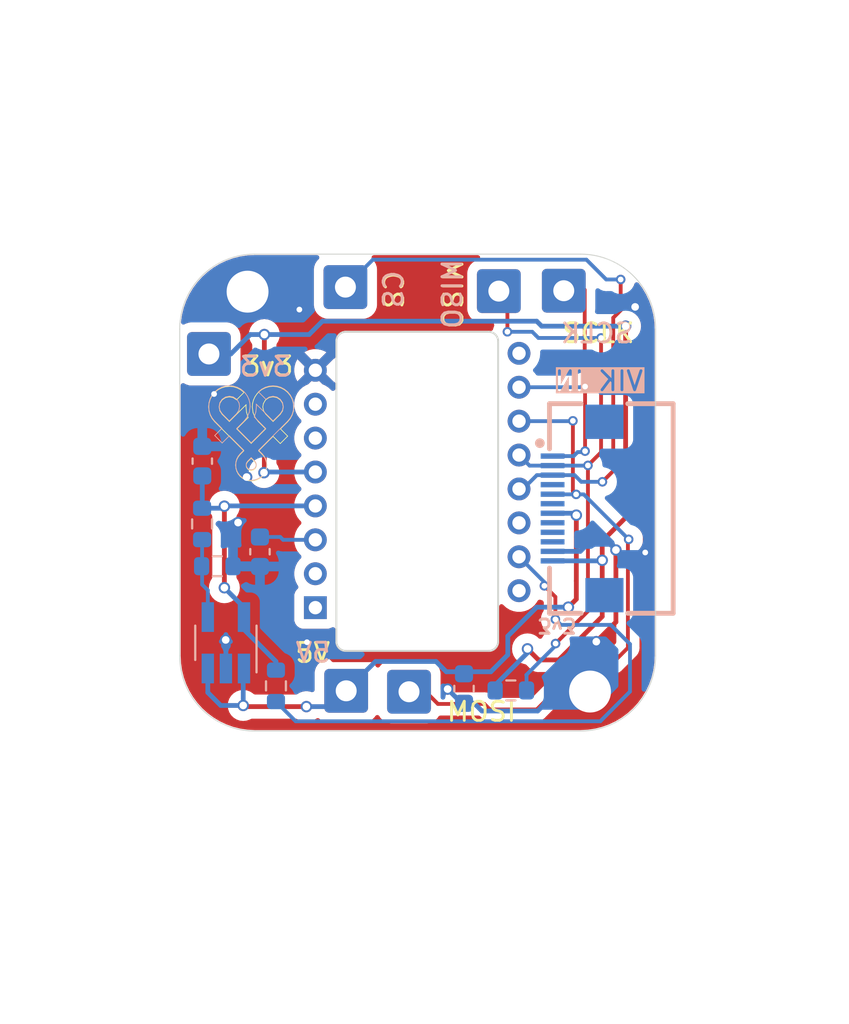
<source format=kicad_pcb>
(kicad_pcb (version 20221018) (generator pcbnew)
  (layers (0 "F.Cu" signal) (31 "B.Cu" signal) (34 "B.Paste" user) (35 "F.Paste" user) (36 "B.SilkS" user "B.Silkscreen") (37 "F.SilkS" user "F.Silkscreen") (38 "B.Mask" user) (39 "F.Mask" user) (44 "Edge.Cuts" user))
  (net 0 "")
  (net 1 "GND")
  (net 2 "VDD_5V")
  (net 3 "VDD_3.3V")
  (net 4 "Net-(U1001-VDDPIX)")
  (net 5 "VDD_2V")
  (net 6 "Net-(IC1001-ADJ)")
  (net 7 "SCLK")
  (net 8 "MOSI")
  (net 9 "MISO")
  (net 10 "NCS")
  (net 11 "Net-(U1001-LED_P)")
  (footprint "Connector_Wire:SolderWire-0.5sqmm_1x01_D0.9mm_OD2.3mm" (layer "F.Cu") (at 81.129194 121.182271)
    (fp_text reference "J1006" hide)
    (fp_text value "Conn_01x01_Socket" hide)
    (pad "1" thru_hole roundrect (at 0 0) (size 2.3 2.3) (drill 1.1) (layers "*.Cu" "*.Mask") (roundrect_rratio 0.108696087) (net 8 "MOSI"))
  )
  (footprint "MountingHole:MountingHole_2.2mm_M2_ISO7380" (layer "F.Cu") (at 72.648 100.181999)
    (fp_text reference "REF**" hide)
    (fp_text value "MountingHole_2.2mm_M2_ISO7380")
    (pad "" np_thru_hole circle (at 0 0) (size 2.2 2.2) (drill 2.2) (layers "*.Cu" "*.Mask"))
  )
  (footprint "Connector_Wire:SolderWire-0.5sqmm_1x01_D0.9mm_OD2.3mm" (layer "F.Cu") (at 85.849194 100.152271)
    (fp_text reference "J1004" hide)
    (fp_text value "Conn_01x01_Socket" hide)
    (pad "1" thru_hole roundrect (at 0 0) (size 2.3 2.3) (drill 1.1) (layers "*.Cu" "*.Mask") (roundrect_rratio 0.108696087) (net 9 "MISO"))
  )
  (footprint "local:fingerpunch-logo-small" (layer "F.Cu") (at 72.839194 107.432271)
    (fp_text reference "REF**" hide)
    (fp_text value "fingerpunch-logo-small" hide)
  )
  (footprint "Connector_Wire:SolderWire-0.5sqmm_1x01_D0.9mm_OD2.3mm" (layer "F.Cu") (at 77.789194 99.942271)
    (fp_text reference "J1005" hide)
    (fp_text value "Conn_01x01_Socket" hide)
    (pad "1" thru_hole roundrect (at 0 0) (size 2.3 2.3) (drill 1.1) (layers "*.Cu" "*.Mask") (roundrect_rratio 0.108696087) (net 10 "NCS"))
  )
  (footprint "" (layer "F.Cu") (at 81.648 100.181999)
    (fp_text reference "" (at 0 0) (layer "F.SilkS") (effects (font (size 1.27 1.27))))
    (fp_text value "" (at 0 0) (layer "F.SilkS") (effects (font (size 1.27 1.27))))
  )
  (footprint "" (layer "F.Cu") (at 81.648 100.181999)
    (fp_text reference "" (at 0 0) (layer "F.SilkS") (effects (font (size 1.27 1.27))))
    (fp_text value "" (at 0 0) (layer "F.SilkS") (effects (font (size 1.27 1.27))))
  )
  (footprint "MountingHole:MountingHole_2.2mm_M2_ISO7380" (layer "F.Cu") (at 90.638 121.171999 90)
    (fp_text reference "REF**" hide)
    (fp_text value "MountingHole_2.2mm_M2_ISO7380")
    (pad "" np_thru_hole circle (at 0 0 90) (size 2.2 2.2) (drill 2.2) (layers "*.Cu" "*.Mask"))
  )
  (footprint "Connector_Wire:SolderWire-0.5sqmm_1x01_D0.9mm_OD2.3mm" (layer "F.Cu") (at 89.259194 100.132271)
    (fp_text reference "J1002" hide)
    (fp_text value "Conn_01x01_Socket" hide)
    (pad "1" thru_hole roundrect (at 0 0) (size 2.3 2.3) (drill 1.1) (layers "*.Cu" "*.Mask") (roundrect_rratio 0.108696087) (net 7 "SCLK"))
  )
  (footprint "Connector_Wire:SolderWire-0.5sqmm_1x01_D0.9mm_OD2.3mm" (layer "F.Cu") (at 70.619194 103.452271)
    (fp_text reference "J1001" hide)
    (fp_text value "Conn_01x01_Socket" hide)
    (pad "1" thru_hole roundrect (at 0 0) (size 2.3 2.3) (drill 1.1) (layers "*.Cu" "*.Mask") (roundrect_rratio 0.108696087) (net 3 "VDD_3.3V"))
  )
  (footprint "Connector_Wire:SolderWire-0.5sqmm_1x01_D0.9mm_OD2.3mm" (layer "F.Cu") (at 77.829194 121.132271)
    (fp_text reference "J1007" hide)
    (fp_text value "Conn_01x01_Socket" hide)
    (pad "1" thru_hole roundrect (at 0 0) (size 2.3 2.3) (drill 1.1) (layers "*.Cu" "*.Mask") (roundrect_rratio 0.108696087) (net 2 "VDD_5V"))
  )
  (footprint "local:DIP-16_W10.16mm" (layer "B.Cu") (at 77.309194 118.288)
    (fp_text reference "U1001" hide)
    (fp_text value "PMW3360DM-T2QU")
    (pad "1" thru_hole rect (at -1.1 -1.52) (size 1.2 1.2) (drill 0.7) (layers "*.Cu" "*.Mask"))
    (pad "2" thru_hole circle (at -1.1 -3.3) (size 1.2 1.2) (drill 0.7) (layers "*.Cu" "*.Mask"))
    (pad "3" thru_hole circle (at -1.1 -5.08) (size 1.2 1.2) (drill 0.7) (layers "*.Cu" "*.Mask") (net 4 "Net-(U1001-VDDPIX)"))
    (pad "4" thru_hole circle (at -1.1 -6.86) (size 1.2 1.2) (drill 0.7) (layers "*.Cu" "*.Mask") (net 5 "VDD_2V"))
    (pad "5" thru_hole circle (at -1.1 -8.64) (size 1.2 1.2) (drill 0.7) (layers "*.Cu" "*.Mask") (net 3 "VDD_3.3V"))
    (pad "6" thru_hole circle (at -1.1 -10.42) (size 1.2 1.2) (drill 0.7) (layers "*.Cu" "*.Mask"))
    (pad "7" thru_hole circle (at -1.1 -12.2) (size 1.2 1.2) (drill 0.7) (layers "*.Cu" "*.Mask"))
    (pad "8" thru_hole circle (at -1.1 -13.98) (size 1.2 1.2) (drill 0.7) (layers "*.Cu" "*.Mask") (net 1 "GND"))
    (pad "9" thru_hole circle (at 9.6 -14.87) (size 1.2 1.2) (drill 0.7) (layers "*.Cu" "*.Mask"))
    (pad "10" thru_hole circle (at 9.6 -13.09) (size 1.2 1.2) (drill 0.7) (layers "*.Cu" "*.Mask") (net 7 "SCLK"))
    (pad "11" thru_hole circle (at 9.6 -11.31) (size 1.2 1.2) (drill 0.7) (layers "*.Cu" "*.Mask") (net 8 "MOSI"))
    (pad "12" thru_hole circle (at 9.6 -9.53) (size 1.2 1.2) (drill 0.7) (layers "*.Cu" "*.Mask") (net 9 "MISO"))
    (pad "13" thru_hole circle (at 9.6 -7.75) (size 1.2 1.2) (drill 0.7) (layers "*.Cu" "*.Mask") (net 10 "NCS"))
    (pad "14" thru_hole circle (at 9.6 -5.97) (size 1.2 1.2) (drill 0.7) (layers "*.Cu" "*.Mask"))
    (pad "15" thru_hole circle (at 9.6 -4.19) (size 1.2 1.2) (drill 0.7) (layers "*.Cu" "*.Mask") (net 11 "Net-(U1001-LED_P)"))
    (pad "16" thru_hole circle (at 9.6 -2.41) (size 1.2 1.2) (drill 0.7) (layers "*.Cu" "*.Mask"))
  )
  (footprint "local:R_0603_1608Metric" (layer "B.Cu") (at 86.479194 121.112271)
    (fp_text reference "R1001" hide)
    (fp_text value "10k")
    (pad "1" smd roundrect (at -0.825 0) (size 0.8 0.95) (layers "B.Cu" "B.Paste" "B.Mask") (net 3 "VDD_3.3V"))
    (pad "2" smd roundrect (at 0.825 0) (size 0.8 0.95) (layers "B.Cu" "B.Paste" "B.Mask") (net 9 "MISO"))
  )
  (footprint "local:C_0603_1608Metric" (layer "B.Cu") (at 73.299194 113.832271 -90)
    (fp_text reference "C1001" hide)
    (fp_text value "4.7uF")
    (pad "1" smd roundrect (at -0.775 0 270) (size 0.9 0.95) (layers "B.Cu" "B.Paste" "B.Mask") (net 4 "Net-(U1001-VDDPIX)"))
    (pad "2" smd roundrect (at 0.775 0 270) (size 0.9 0.95) (layers "B.Cu" "B.Paste" "B.Mask") (net 1 "GND"))
  )
  (footprint "local:C_0603_1608Metric" (layer "B.Cu") (at 84.019194 121.012271 -90)
    (fp_text reference "C1002" hide)
    (fp_text value "1uF")
    (pad "1" smd roundrect (at -0.775 0 270) (size 0.9 0.95) (layers "B.Cu" "B.Paste" "B.Mask") (net 2 "VDD_5V"))
    (pad "2" smd roundrect (at 0.775 0 270) (size 0.9 0.95) (layers "B.Cu" "B.Paste" "B.Mask") (net 1 "GND"))
  )
  (footprint "Package_TO_SOT_SMD:SOT-23-5_HandSoldering" (layer "B.Cu") (at 71.509194 118.612271 90)
    (fp_text reference "IC1001" hide)
    (fp_text value "AP7335-WG-7")
    (pad "1" smd rect (at -1.35 0.95 90) (size 1.56 0.65) (layers "B.Cu" "B.Paste" "B.Mask") (net 2 "VDD_5V"))
    (pad "2" smd rect (at -1.35 0 90) (size 1.56 0.65) (layers "B.Cu" "B.Paste" "B.Mask") (net 1 "GND"))
    (pad "3" smd rect (at -1.35 -0.95 90) (size 1.56 0.65) (layers "B.Cu" "B.Paste" "B.Mask") (net 2 "VDD_5V"))
    (pad "4" smd rect (at 1.35 -0.95 90) (size 1.56 0.65) (layers "B.Cu" "B.Paste" "B.Mask") (net 6 "Net-(IC1001-ADJ)"))
    (pad "5" smd rect (at 1.35 0.95 90) (size 1.56 0.65) (layers "B.Cu" "B.Paste" "B.Mask") (net 5 "VDD_2V"))
  )
  (footprint "local:R_0603_1608Metric" (layer "B.Cu") (at 70.259194 112.372271 90)
    (fp_text reference "R1003" hide)
    (fp_text value "15k")
    (pad "1" smd roundrect (at -0.825 0 90) (size 0.8 0.95) (layers "B.Cu" "B.Paste" "B.Mask") (net 6 "Net-(IC1001-ADJ)"))
    (pad "2" smd roundrect (at 0.825 0 90) (size 0.8 0.95) (layers "B.Cu" "B.Paste" "B.Mask") (net 5 "VDD_2V"))
  )
  (footprint "local:C_0603_1608Metric" (layer "B.Cu") (at 70.269194 109.077271 90)
    (fp_text reference "C1005" hide)
    (fp_text value "1uF")
    (pad "1" smd roundrect (at -0.775 0 90) (size 0.9 0.95) (layers "B.Cu" "B.Paste" "B.Mask") (net 5 "VDD_2V"))
    (pad "2" smd roundrect (at 0.775 0 90) (size 0.9 0.95) (layers "B.Cu" "B.Paste" "B.Mask") (net 1 "GND"))
  )
  (footprint "local:R_0603_1608Metric" (layer "B.Cu") (at 71.059194 114.592271)
    (fp_text reference "R1004" hide)
    (fp_text value "10k")
    (pad "1" smd roundrect (at -0.825 0) (size 0.8 0.95) (layers "B.Cu" "B.Paste" "B.Mask") (net 6 "Net-(IC1001-ADJ)"))
    (pad "2" smd roundrect (at 0.825 0) (size 0.8 0.95) (layers "B.Cu" "B.Paste" "B.Mask") (net 1 "GND"))
  )
  (footprint "vik:vik-module-connector-horizontal" (layer "B.Cu") (at 90.710194 111.562271 -90)
    (fp_text reference "J1003" hide)
    (fp_text value "~" hide)
    (fp_text user "VIK IN" (at -6.1 -2.8 unlocked) (layer "B.SilkS" knockout) (effects (justify left bottom mirror)))
    (fp_text user "3v3" (at 5.7 2.9 180 unlocked) (layer "B.SilkS") (effects (font (size 0.75 0.75)) (justify left bottom mirror)))
    (pad "1" smd rect (at -2.75 2.038 270) (size 0.28 1.25) (layers "B.Cu" "B.Paste" "B.Mask") (net 7 "SCLK"))
    (pad "2" smd rect (at -2.25 2.038 270) (size 0.28 1.25) (layers "B.Cu" "B.Paste" "B.Mask") (net 9 "MISO"))
    (pad "3" smd rect (at -1.75 2.038 270) (size 0.28 1.25) (layers "B.Cu" "B.Paste" "B.Mask") (net 10 "NCS"))
    (pad "4" smd rect (at -1.25 2.038 270) (size 0.28 1.25) (layers "B.Cu" "B.Paste" "B.Mask"))
    (pad "5" smd rect (at -0.75 2.038 270) (size 0.28 1.25) (layers "B.Cu" "B.Paste" "B.Mask") (net 8 "MOSI"))
    (pad "6" smd rect (at -0.25 2.038 270) (size 0.28 1.25) (layers "B.Cu" "B.Paste" "B.Mask"))
    (pad "7" smd rect (at 0.25 2.038 270) (size 0.28 1.25) (layers "B.Cu" "B.Paste" "B.Mask") (net 2 "VDD_5V"))
    (pad "8" smd rect (at 0.75 2.038 270) (size 0.28 1.25) (layers "B.Cu" "B.Paste" "B.Mask"))
    (pad "9" smd rect (at 1.25 2.038 270) (size 0.28 1.25) (layers "B.Cu" "B.Paste" "B.Mask"))
    (pad "10" smd rect (at 1.75 2.038 270) (size 0.28 1.25) (layers "B.Cu" "B.Paste" "B.Mask"))
    (pad "11" smd rect (at 2.25 2.038 270) (size 0.28 1.25) (layers "B.Cu" "B.Paste" "B.Mask") (net 1 "GND"))
    (pad "12" smd rect (at 2.75 2.038 270) (size 0.28 1.25) (layers "B.Cu" "B.Paste" "B.Mask") (net 3 "VDD_3.3V"))
    (pad "13" smd rect (at 4.55 -0.686 270) (size 1.8 2) (layers "B.Cu" "B.Paste" "B.Mask"))
    (pad "14" smd rect (at -4.55 -0.686 270) (size 1.8 2) (layers "B.Cu" "B.Paste" "B.Mask"))
  )
  (footprint "local:fingerpunch-logo-small" (layer "B.Cu") (at 72.839194 107.402271 180)
    (fp_text reference "REF**" hide)
    (fp_text value "fingerpunch-logo-small" hide)
  )
  (footprint "local:R_0603_1608Metric" (layer "B.Cu") (at 74.139194 120.872271 -90)
    (fp_text reference "R1002" hide)
    (fp_text value "39")
    (pad "1" smd roundrect (at -0.825 0 270) (size 0.8 0.95) (layers "B.Cu" "B.Paste" "B.Mask") (net 5 "VDD_2V"))
    (pad "2" smd roundrect (at 0.825 0 270) (size 0.8 0.95) (layers "B.Cu" "B.Paste" "B.Mask") (net 11 "Net-(U1001-LED_P)"))
  )
  (gr_line (start 77.812 119.038001) (end 85.312 119.038001) (stroke (width 0.1)) (layer "Edge.Cuts"))
  (gr_arc (start 90.144194 98.212271) (mid 92.930173 99.366272) (end 94.084194 102.152271) (stroke (width 0.05)) (layer "Edge.Cuts"))
  (gr_line (start 69.084194 102.152271) (end 69.084194 119.302271) (stroke (width 0.05)) (layer "Edge.Cuts"))
  (gr_line (start 94.084194 119.302271) (end 94.084194 102.152271) (stroke (width 0.05)) (layer "Edge.Cuts"))
  (gr_line (start 90.144194 98.212271) (end 73.024194 98.212271) (stroke (width 0.05)) (layer "Edge.Cuts"))
  (gr_arc (start 73.024194 123.242271) (mid 70.238172 122.088274) (end 69.084194 119.302271) (stroke (width 0.05)) (layer "Edge.Cuts"))
  (gr_line (start 73.024194 123.242271) (end 90.144194 123.242271) (stroke (width 0.05)) (layer "Edge.Cuts"))
  (gr_line (start 77.812 102.288001) (end 85.312 102.288001) (stroke (width 0.1)) (layer "Edge.Cuts"))
  (gr_line (start 85.812 102.788001) (end 85.812 118.538001) (stroke (width 0.1)) (layer "Edge.Cuts"))
  (gr_arc (start 94.084194 119.302271) (mid 92.930205 122.088288) (end 90.144194 123.242271) (stroke (width 0.05)) (layer "Edge.Cuts"))
  (gr_arc (start 77.312 102.788001) (mid 77.458447 102.434448) (end 77.812 102.288001) (stroke (width 0.1)) (layer "Edge.Cuts"))
  (gr_arc (start 69.084194 102.152271) (mid 70.238193 99.366271) (end 73.024194 98.212271) (stroke (width 0.05)) (layer "Edge.Cuts"))
  (gr_line (start 77.312 118.538001) (end 77.312 102.788001) (stroke (width 0.1)) (layer "Edge.Cuts"))
  (gr_arc (start 85.312 102.288001) (mid 85.665553 102.434448) (end 85.812 102.788001) (stroke (width 0.1)) (layer "Edge.Cuts"))
  (gr_arc (start 85.812 118.538001) (mid 85.665553 118.891554) (end 85.312 119.038001) (stroke (width 0.1)) (layer "Edge.Cuts"))
  (gr_arc (start 77.812 119.038001) (mid 77.458447 118.891554) (end 77.312 118.538001) (stroke (width 0.1)) (layer "Edge.Cuts"))
  (gr_text "MISO" (at 83.989194 98.392271 90) (layer "B.SilkS") (effects (font (size 1 1)) (justify left bottom mirror)))
  (gr_text "SCLK" (at 92.979194 102.952271) (layer "B.SilkS") (effects (font (size 1 1)) (justify left bottom mirror)))
  (gr_text "3v3" (at 75.009194 104.702271) (layer "B.SilkS") (effects (font (size 1 1)) (justify left bottom mirror)))
  (gr_text "CS" (at 80.899194 98.982271 90) (layer "B.SilkS") (effects (font (size 1 1)) (justify left bottom mirror)))
  (gr_text "5V" (at 77.089194 119.712271) (layer "B.SilkS") (effects (font (size 1 1)) (justify left bottom mirror)))
  (gr_text "CS" (at 79.669194 99.022271 -90) (layer "F.SilkS") (effects (font (size 1 1)) (justify left bottom)))
  (gr_text "MISO" (at 82.779194 98.402271 -90) (layer "F.SilkS") (effects (font (size 1 1)) (justify left bottom)))
  (gr_text "MOSI" (at 83.029194 122.812271) (layer "F.SilkS") (effects (font (size 1 1)) (justify left bottom)))
  (gr_text "SCLK" (at 89.099194 102.942271) (layer "F.SilkS") (effects (font (size 1 1)) (justify left bottom)))
  (gr_text "3v3" (at 72.279194 104.682271) (layer "F.SilkS") (effects (font (size 1 1)) (justify left bottom)))
  (gr_text "5V" (at 75.069194 119.722271) (layer "F.SilkS") (effects (font (size 1 1)) (justify left bottom)))
  (segment (start 91.999194 117.522271) (end 91.999194 113.742271) (width 0.25) (layer "F.Cu") (net 1))
  (segment (start 72.149194 112.302271) (end 72.599194 111.852271) (width 0.25) (layer "F.Cu") (net 1))
  (segment (start 90.969194 118.552271) (end 91.999194 117.522271) (width 0.25) (layer "F.Cu") (net 1))
  (segment (start 71.499194 118.462271) (end 75.649194 118.462271) (width 0.25) (layer "F.Cu") (net 1))
  (segment (start 75.649194 118.462271) (end 75.769194 118.582271) (width 0.25) (layer "F.Cu") (net 1))
  (segment (start 93.539194 113.872271) (end 93.539194 101.512271) (width 0.25) (layer "F.Cu") (net 1))
  (segment (start 72.599194 111.852271) (end 72.599194 109.912271) (width 0.25) (layer "F.Cu") (net 1))
  (segment (start 93.539194 101.512271) (end 93.009194 100.982271) (width 0.25) (layer "F.Cu") (net 1))
  (segment (start 83.159194 121.042271) (end 83.159194 119.972271) (width 0.25) (layer "F.Cu") (net 1))
  (segment (start 83.159194 119.972271) (end 82.689194 119.502271) (width 0.25) (layer "F.Cu") (net 1))
  (segment (start 76.239194 118.582271) (end 75.769194 118.582271) (width 0.25) (layer "F.Cu") (net 1))
  (segment (start 77.159194 119.502271) (end 76.239194 118.582271) (width 0.25) (layer "F.Cu") (net 1))
  (segment (start 82.689194 119.502271) (end 77.159194 119.502271) (width 0.25) (layer "F.Cu") (net 1))
  (via (at 70.889194 105.552271) (size 0.5) (drill 0.3) (layers "F.Cu" "B.Cu") (net 1))
  (via (at 72.599194 109.912271) (size 0.6) (drill 0.4) (layers "F.Cu" "B.Cu") (net 1))
  (via (at 75.769194 118.582271) (size 0.5) (drill 0.3) (layers "F.Cu" "B.Cu") (net 1))
  (via (at 93.009194 100.982271) (size 0.6) (drill 0.4) (layers "F.Cu" "B.Cu") (net 1))
  (via (at 75.369194 101.122271) (size 0.5) (drill 0.3) (layers "F.Cu" "B.Cu") (net 1))
  (via (at 83.159194 121.042271) (size 0.6) (drill 0.4) (layers "F.Cu" "B.Cu") (net 1))
  (via (at 91.999194 113.742271) (size 0.6) (drill 0.4) (layers "F.Cu" "B.Cu") (net 1))
  (via (at 93.539194 113.872271) (size 0.5) (drill 0.3) (layers "F.Cu" "B.Cu") (net 1))
  (via (at 90.969194 118.552271) (size 0.6) (drill 0.4) (layers "F.Cu" "B.Cu") (net 1))
  (via (at 72.149194 112.302271) (size 0.6) (drill 0.4) (layers "F.Cu" "B.Cu") (net 1))
  (via (at 71.499194 118.462271) (size 0.6) (drill 0.4) (layers "F.Cu" "B.Cu") (net 1))
  (segment (start 84.019194 121.787271) (end 83.904194 121.787271) (width 0.25) (layer "B.Cu") (net 1))
  (segment (start 91.699194 113.442271) (end 91.999194 113.742271) (width 0.25) (layer "B.Cu") (net 1))
  (segment (start 84.019194 121.787271) (end 84.554194 121.787271) (width 0.25) (layer "B.Cu") (net 1))
  (segment (start 71.884194 114.592271) (end 71.884194 112.567271) (width 0.25) (layer "B.Cu") (net 1))
  (segment (start 83.904194 121.787271) (end 83.159194 121.042271) (width 0.25) (layer "B.Cu") (net 1))
  (segment (start 88.879194 121.202271) (end 88.879194 120.642271) (width 0.25) (layer "B.Cu") (net 1))
  (segment (start 88.879194 120.642271) (end 90.969194 118.552271) (width 0.25) (layer "B.Cu") (net 1))
  (segment (start 71.509194 119.962271) (end 71.509194 118.472271) (width 0.25) (layer "B.Cu") (net 1))
  (segment (start 71.884194 112.567271) (end 72.149194 112.302271) (width 0.25) (layer "B.Cu") (net 1))
  (segment (start 88.672194 113.812271) (end 90.129194 113.812271) (width 0.25) (layer "B.Cu") (net 1))
  (segment (start 92.129194 113.872271) (end 91.999194 113.742271) (width 0.25) (layer "B.Cu") (net 1))
  (segment (start 90.499194 113.442271) (end 91.699194 113.442271) (width 0.25) (layer "B.Cu") (net 1))
  (segment (start 90.129194 113.812271) (end 90.499194 113.442271) (width 0.25) (layer "B.Cu") (net 1))
  (segment (start 84.959194 122.192271) (end 87.889194 122.192271) (width 0.25) (layer "B.Cu") (net 1))
  (segment (start 84.554194 121.787271) (end 84.959194 122.192271) (width 0.25) (layer "B.Cu") (net 1))
  (segment (start 93.539194 113.872271) (end 92.129194 113.872271) (width 0.25) (layer "B.Cu") (net 1))
  (segment (start 71.509194 118.472271) (end 71.499194 118.462271) (width 0.25) (layer "B.Cu") (net 1))
  (segment (start 87.889194 122.192271) (end 88.879194 121.202271) (width 0.25) (layer "B.Cu") (net 1))
  (segment (start 75.739194 121.962271) (end 72.479194 121.962271) (width 0.25) (layer "F.Cu") (net 2))
  (segment (start 72.479194 121.962271) (end 72.419194 121.902271) (width 0.25) (layer "F.Cu") (net 2))
  (segment (start 89.919194 111.912271) (end 89.919194 115.362271) (width 0.25) (layer "F.Cu") (net 2))
  (segment (start 89.499194 116.742271) (end 89.919194 116.322271) (width 0.25) (layer "F.Cu") (net 2))
  (segment (start 89.919194 116.322271) (end 89.919194 115.362271) (width 0.25) (layer "F.Cu") (net 2))
  (via (at 75.739194 121.962271) (size 0.6) (drill 0.4) (layers "F.Cu" "B.Cu") (net 2))
  (via (at 72.419194 121.902271) (size 0.6) (drill 0.4) (layers "F.Cu" "B.Cu") (net 2))
  (via (at 89.499194 116.742271) (size 0.6) (drill 0.4) (layers "F.Cu" "B.Cu") (net 2))
  (via (at 89.919194 111.912271) (size 0.6) (drill 0.4) (layers "F.Cu" "B.Cu") (net 2))
  (segment (start 75.739194 121.962271) (end 76.999194 121.962271) (width 0.25) (layer "B.Cu") (net 2))
  (segment (start 70.559194 121.222271) (end 71.239194 121.902271) (width 0.25) (layer "B.Cu") (net 2))
  (segment (start 86.319194 118.262271) (end 86.319194 119.242271) (width 0.25) (layer "B.Cu") (net 2))
  (segment (start 71.239194 121.902271) (end 72.419194 121.902271) (width 0.25) (layer "B.Cu") (net 2))
  (segment (start 87.839194 116.742271) (end 86.319194 118.262271) (width 0.25) (layer "B.Cu") (net 2))
  (segment (start 76.999194 121.962271) (end 77.829194 121.132271) (width 0.25) (layer "B.Cu") (net 2))
  (segment (start 83.089194 120.132271) (end 83.914194 120.132271) (width 0.25) (layer "B.Cu") (net 2))
  (segment (start 88.672194 111.812271) (end 89.819194 111.812271) (width 0.25) (layer "B.Cu") (net 2))
  (segment (start 72.419194 120.002271) (end 72.459194 119.962271) (width 0.25) (layer "B.Cu") (net 2))
  (segment (start 84.124194 120.132271) (end 84.019194 120.237271) (width 0.25) (layer "B.Cu") (net 2))
  (segment (start 83.914194 120.132271) (end 84.019194 120.237271) (width 0.25) (layer "B.Cu") (net 2))
  (segment (start 86.319194 119.242271) (end 85.429194 120.132271) (width 0.25) (layer "B.Cu") (net 2))
  (segment (start 70.559194 119.962271) (end 70.559194 121.222271) (width 0.25) (layer "B.Cu") (net 2))
  (segment (start 72.419194 121.902271) (end 72.419194 120.002271) (width 0.25) (layer "B.Cu") (net 2))
  (segment (start 89.499194 116.742271) (end 87.839194 116.742271) (width 0.25) (layer "B.Cu") (net 2))
  (segment (start 85.429194 120.132271) (end 84.124194 120.132271) (width 0.25) (layer "B.Cu") (net 2))
  (segment (start 89.819194 111.812271) (end 89.919194 111.912271) (width 0.25) (layer "B.Cu") (net 2))
  (segment (start 82.549194 119.592271) (end 79.369194 119.592271) (width 0.25) (layer "B.Cu") (net 2))
  (segment (start 79.369194 119.592271) (end 77.829194 121.132271) (width 0.25) (layer "B.Cu") (net 2))
  (segment (start 83.089194 120.132271) (end 82.549194 119.592271) (width 0.25) (layer "B.Cu") (net 2))
  (segment (start 91.279194 114.282271) (end 91.279194 117.232271) (width 0.25) (layer "F.Cu") (net 3))
  (segment (start 88.999194 119.512271) (end 87.934194 119.512271) (width 0.25) (layer "F.Cu") (net 3))
  (segment (start 91.279194 117.232271) (end 88.999194 119.512271) (width 0.25) (layer "F.Cu") (net 3))
  (segment (start 73.529194 109.662271) (end 73.509194 109.682271) (width 0.25) (layer "F.Cu") (net 3))
  (segment (start 87.934194 119.512271) (end 87.354194 118.932271) (width 0.25) (layer "F.Cu") (net 3))
  (segment (start 91.279194 114.282271) (end 91.279194 113.272271) (width 0.25) (layer "F.Cu") (net 3))
  (segment (start 73.529194 102.432271) (end 73.529194 109.662271) (width 0.25) (layer "F.Cu") (net 3))
  (segment (start 92.509194 112.042271) (end 92.509194 101.992271) (width 0.25) (layer "F.Cu") (net 3))
  (segment (start 91.279194 113.272271) (end 92.509194 112.042271) (width 0.25) (layer "F.Cu") (net 3))
  (via (at 87.354194 118.932271) (size 0.6) (drill 0.4) (layers "F.Cu" "B.Cu") (net 3))
  (via (at 92.509194 101.992271) (size 0.6) (drill 0.4) (layers "F.Cu" "B.Cu") (net 3))
  (via (at 91.279194 114.282271) (size 0.6) (drill 0.4) (layers "F.Cu" "B.Cu") (net 3))
  (via (at 73.509194 109.682271) (size 0.6) (drill 0.4) (layers "F.Cu" "B.Cu") (net 3))
  (via (at 73.529194 102.432271) (size 0.6) (drill 0.4) (layers "F.Cu" "B.Cu") (net 3))
  (segment (start 73.509194 109.682271) (end 73.543465 109.648) (width 0.25) (layer "B.Cu") (net 3))
  (segment (start 76.089194 102.222271) (end 75.879194 102.432271) (width 0.25) (layer "B.Cu") (net 3))
  (segment (start 88.099194 101.992271) (end 87.839194 101.732271) (width 0.25) (layer "B.Cu") (net 3))
  (segment (start 85.654194 120.837271) (end 87.354194 119.137271) (width 0.25) (layer "B.Cu") (net 3))
  (segment (start 87.839194 101.732271) (end 76.579194 101.732271) (width 0.25) (layer "B.Cu") (net 3))
  (segment (start 71.769194 103.452271) (end 72.789194 102.432271) (width 0.25) (layer "B.Cu") (net 3))
  (segment (start 73.543465 109.648) (end 76.209194 109.648) (width 0.25) (layer "B.Cu") (net 3))
  (segment (start 75.879194 102.432271) (end 73.529194 102.432271) (width 0.25) (layer "B.Cu") (net 3))
  (segment (start 70.619194 103.452271) (end 71.769194 103.452271) (width 0.25) (layer "B.Cu") (net 3))
  (segment (start 85.654194 121.112271) (end 85.654194 120.837271) (width 0.25) (layer "B.Cu") (net 3))
  (segment (start 72.789194 102.432271) (end 73.529194 102.432271) (width 0.25) (layer "B.Cu") (net 3))
  (segment (start 92.509194 101.992271) (end 88.099194 101.992271) (width 0.25) (layer "B.Cu") (net 3))
  (segment (start 88.672194 114.312271) (end 91.249194 114.312271) (width 0.25) (layer "B.Cu") (net 3))
  (segment (start 87.354194 119.137271) (end 87.354194 118.932271) (width 0.25) (layer "B.Cu") (net 3))
  (segment (start 91.249194 114.312271) (end 91.279194 114.282271) (width 0.25) (layer "B.Cu") (net 3))
  (segment (start 76.579194 101.732271) (end 76.089194 102.222271) (width 0.25) (layer "B.Cu") (net 3))
  (segment (start 74.514923 113.208) (end 74.364194 113.057271) (width 0.2) (layer "B.Cu") (net 4))
  (segment (start 76.209194 113.208) (end 74.514923 113.208) (width 0.2) (layer "B.Cu") (net 4))
  (segment (start 74.364194 113.057271) (end 73.299194 113.057271) (width 0.2) (layer "B.Cu") (net 4))
  (segment (start 71.429194 115.722271) (end 71.429194 111.442271) (width 0.25) (layer "F.Cu") (net 5))
  (via (at 71.429194 111.442271) (size 0.6) (drill 0.4) (layers "F.Cu" "B.Cu") (net 5))
  (via (at 71.429194 115.722271) (size 0.6) (drill 0.4) (layers "F.Cu" "B.Cu") (net 5))
  (segment (start 72.459194 117.912271) (end 72.459194 117.262271) (width 0.25) (layer "B.Cu") (net 5))
  (segment (start 72.459194 116.752271) (end 71.429194 115.722271) (width 0.25) (layer "B.Cu") (net 5))
  (segment (start 71.429194 111.442271) (end 71.443465 111.428) (width 0.25) (layer "B.Cu") (net 5))
  (segment (start 70.269194 109.852271) (end 70.269194 111.537271) (width 0.25) (layer "B.Cu") (net 5))
  (segment (start 74.139194 119.592271) (end 72.459194 117.912271) (width 0.25) (layer "B.Cu") (net 5))
  (segment (start 70.259194 111.547271) (end 71.324194 111.547271) (width 0.25) (layer "B.Cu") (net 5))
  (segment (start 71.443465 111.428) (end 76.209194 111.428) (width 0.25) (layer "B.Cu") (net 5))
  (segment (start 70.269194 111.537271) (end 70.259194 111.547271) (width 0.25) (layer "B.Cu") (net 5))
  (segment (start 74.139194 120.047271) (end 74.139194 119.592271) (width 0.25) (layer "B.Cu") (net 5))
  (segment (start 71.324194 111.547271) (end 71.429194 111.442271) (width 0.25) (layer "B.Cu") (net 5))
  (segment (start 72.459194 117.262271) (end 72.459194 116.752271) (width 0.25) (layer "B.Cu") (net 5))
  (segment (start 70.259194 115.552271) (end 70.259194 113.197271) (width 0.2) (layer "B.Cu") (net 6))
  (segment (start 70.559194 115.852271) (end 70.259194 115.552271) (width 0.2) (layer "B.Cu") (net 6))
  (segment (start 70.559194 117.262271) (end 70.559194 115.852271) (width 0.2) (layer "B.Cu") (net 6))
  (segment (start 90.379194 106.192271) (end 90.379194 105.162271) (width 0.2) (layer "F.Cu") (net 7))
  (segment (start 90.359194 104.292271) (end 90.359194 100.082271) (width 0.2) (layer "F.Cu") (net 7))
  (segment (start 90.379194 105.162271) (end 90.379194 104.312271) (width 0.2) (layer "F.Cu") (net 7))
  (segment (start 90.379194 108.552271) (end 90.379194 106.192271) (width 0.2) (layer "F.Cu") (net 7))
  (segment (start 90.379194 104.312271) (end 90.359194 104.292271) (width 0.2) (layer "F.Cu") (net 7))
  (via (at 90.379194 108.552271) (size 0.5) (drill 0.3) (layers "F.Cu" "B.Cu") (net 7))
  (via (at 90.379194 105.162271) (size 0.5) (drill 0.3) (layers "F.Cu" "B.Cu") (net 7))
  (segment (start 89.779194 108.812271) (end 89.989194 108.602271) (width 0.2) (layer "B.Cu") (net 7))
  (segment (start 86.909194 105.198) (end 90.343465 105.198) (width 0.2) (layer "B.Cu") (net 7))
  (segment (start 90.329194 108.602271) (end 90.379194 108.552271) (width 0.2) (layer "B.Cu") (net 7))
  (segment (start 88.672194 108.812271) (end 89.779194 108.812271) (width 0.2) (layer "B.Cu") (net 7))
  (segment (start 89.989194 108.602271) (end 90.329194 108.602271) (width 0.2) (layer "B.Cu") (net 7))
  (segment (start 90.343465 105.198) (end 90.379194 105.162271) (width 0.2) (layer "B.Cu") (net 7))
  (segment (start 82.009194 121.182271) (end 82.649194 121.822271) (width 0.2) (layer "F.Cu") (net 8))
  (segment (start 82.649194 121.822271) (end 85.089194 121.822271) (width 0.2) (layer "F.Cu") (net 8))
  (segment (start 89.739194 110.652271) (end 89.909194 110.822271) (width 0.2) (layer "F.Cu") (net 8))
  (segment (start 85.089194 121.822271) (end 85.379194 122.112271) (width 0.2) (layer "F.Cu") (net 8))
  (segment (start 85.379194 122.112271) (end 87.839194 122.112271) (width 0.2) (layer "F.Cu") (net 8))
  (segment (start 81.129194 121.182271) (end 82.009194 121.182271) (width 0.2) (layer "F.Cu") (net 8))
  (segment (start 92.629194 118.872271) (end 92.629194 113.222271) (width 0.2) (layer "F.Cu") (net 8))
  (segment (start 87.839194 122.112271) (end 88.949194 121.002271) (width 0.2) (layer "F.Cu") (net 8))
  (segment (start 91.879194 119.622271) (end 92.629194 118.872271) (width 0.2) (layer "F.Cu") (net 8))
  (segment (start 88.949194 120.882271) (end 88.949194 120.602271) (width 0.2) (layer "F.Cu") (net 8))
  (segment (start 88.949194 121.002271) (end 88.949194 120.882271) (width 0.2) (layer "F.Cu") (net 8))
  (segment (start 88.949194 120.602271) (end 89.929194 119.622271) (width 0.2) (layer "F.Cu") (net 8))
  (segment (start 92.629194 113.222271) (end 92.669194 113.182271) (width 0.2) (layer "F.Cu") (net 8))
  (segment (start 89.739194 106.962271) (end 89.739194 110.652271) (width 0.2) (layer "F.Cu") (net 8))
  (segment (start 89.929194 119.622271) (end 91.879194 119.622271) (width 0.2) (layer "F.Cu") (net 8))
  (via (at 89.909194 110.822271) (size 0.5) (drill 0.3) (layers "F.Cu" "B.Cu") (net 8))
  (via (at 89.739194 106.962271) (size 0.5) (drill 0.3) (layers "F.Cu" "B.Cu") (net 8))
  (via (at 92.669194 113.182271) (size 0.5) (drill 0.3) (layers "F.Cu" "B.Cu") (net 8))
  (segment (start 92.669194 113.182271) (end 90.309194 110.822271) (width 0.2) (layer "B.Cu") (net 8))
  (segment (start 89.723465 106.978) (end 89.739194 106.962271) (width 0.2) (layer "B.Cu") (net 8))
  (segment (start 90.309194 110.822271) (end 89.909194 110.822271) (width 0.2) (layer "B.Cu") (net 8))
  (segment (start 86.909194 106.978) (end 89.723465 106.978) (width 0.2) (layer "B.Cu") (net 8))
  (segment (start 88.682194 110.822271) (end 88.672194 110.812271) (width 0.2) (layer "B.Cu") (net 8))
  (segment (start 89.909194 110.822271) (end 88.682194 110.822271) (width 0.2) (layer "B.Cu") (net 8))
  (segment (start 90.529194 109.302271) (end 91.219194 108.612271) (width 0.2) (layer "F.Cu") (net 9))
  (segment (start 86.299194 102.286771) (end 86.299194 100.602271) (width 0.2) (layer "F.Cu") (net 9))
  (segment (start 91.219194 108.612271) (end 91.219194 107.062271) (width 0.2) (layer "F.Cu") (net 9))
  (segment (start 88.829194 118.652271) (end 90.529194 116.952271) (width 0.2) (layer "F.Cu") (net 9))
  (segment (start 91.219194 106.562271) (end 91.219194 102.612271) (width 0.2) (layer "F.Cu") (net 9))
  (segment (start 86.299194 100.602271) (end 85.849194 100.152271) (width 0.2) (layer "F.Cu") (net 9))
  (segment (start 90.529194 116.952271) (end 90.529194 109.302271) (width 0.2) (layer "F.Cu") (net 9))
  (segment (start 91.219194 107.062271) (end 91.219194 106.562271) (width 0.2) (layer "F.Cu") (net 9))
  (via (at 86.299194 102.286771) (size 0.5) (drill 0.3) (layers "F.Cu" "B.Cu") (net 9))
  (via (at 88.829194 118.652271) (size 0.5) (drill 0.3) (layers "F.Cu" "B.Cu") (net 9))
  (via (at 91.219194 102.612271) (size 0.5) (drill 0.3) (layers "F.Cu" "B.Cu") (net 9))
  (via (at 90.529194 109.302271) (size 0.5) (drill 0.3) (layers "F.Cu" "B.Cu") (net 9))
  (segment (start 88.829194 118.762271) (end 87.294194 120.297271) (width 0.2) (layer "B.Cu") (net 9))
  (segment (start 91.219194 102.612271) (end 87.929194 102.612271) (width 0.2) (layer "B.Cu") (net 9))
  (segment (start 87.463465 109.312271) (end 88.672194 109.312271) (width 0.2) (layer "B.Cu") (net 9))
  (segment (start 87.304194 121.112271) (end 87.304194 120.307271) (width 0.2) (layer "B.Cu") (net 9))
  (segment (start 86.909194 108.758) (end 87.463465 109.312271) (width 0.2) (layer "B.Cu") (net 9))
  (segment (start 88.829194 118.652271) (end 88.829194 118.762271) (width 0.2) (layer "B.Cu") (net 9))
  (segment (start 87.304194 120.307271) (end 87.294194 120.297271) (width 0.2) (layer "B.Cu") (net 9))
  (segment (start 87.603694 102.286771) (end 86.299194 102.286771) (width 0.2) (layer "B.Cu") (net 9))
  (segment (start 87.789194 102.472271) (end 87.603694 102.286771) (width 0.2) (layer "B.Cu") (net 9))
  (segment (start 90.519194 109.312271) (end 90.529194 109.302271) (width 0.2) (layer "B.Cu") (net 9))
  (segment (start 87.929194 102.612271) (end 87.789194 102.472271) (width 0.2) (layer "B.Cu") (net 9))
  (segment (start 88.672194 109.312271) (end 90.519194 109.312271) (width 0.2) (layer "B.Cu") (net 9))
  (segment (start 92.249194 101.162271) (end 92.249194 99.542271) (width 0.2) (layer "F.Cu") (net 10))
  (segment (start 91.859194 109.592271) (end 91.859194 102.162271) (width 0.2) (layer "F.Cu") (net 10))
  (segment (start 91.859194 102.162271) (end 91.859194 101.552271) (width 0.2) (layer "F.Cu") (net 10))
  (segment (start 91.859194 101.552271) (end 92.099194 101.312271) (width 0.2) (layer "F.Cu") (net 10))
  (segment (start 92.099194 101.312271) (end 92.249194 101.162271) (width 0.2) (layer "F.Cu") (net 10))
  (segment (start 91.289194 110.162271) (end 91.859194 109.592271) (width 0.2) (layer "F.Cu") (net 10))
  (via (at 91.289194 110.162271) (size 0.5) (drill 0.3) (layers "F.Cu" "B.Cu") (net 10))
  (via (at 92.249194 99.542271) (size 0.5) (drill 0.3) (layers "F.Cu" "B.Cu") (net 10))
  (segment (start 86.909194 110.538) (end 87.121465 110.538) (width 0.2) (layer "B.Cu") (net 10))
  (segment (start 92.249194 99.542271) (end 91.489194 99.542271) (width 0.2) (layer "B.Cu") (net 10))
  (segment (start 90.449194 98.502271) (end 79.229194 98.502271) (width 0.2) (layer "B.Cu") (net 10))
  (segment (start 87.847194 109.812271) (end 88.672194 109.812271) (width 0.2) (layer "B.Cu") (net 10))
  (segment (start 90.179194 110.162271) (end 91.289194 110.162271) (width 0.2) (layer "B.Cu") (net 10))
  (segment (start 87.121465 110.538) (end 87.847194 109.812271) (width 0.2) (layer "B.Cu") (net 10))
  (segment (start 89.939194 109.922271) (end 90.179194 110.162271) (width 0.2) (layer "B.Cu") (net 10))
  (segment (start 91.489194 99.542271) (end 90.449194 98.502271) (width 0.2) (layer "B.Cu") (net 10))
  (segment (start 89.829194 109.812271) (end 89.939194 109.922271) (width 0.2) (layer "B.Cu") (net 10))
  (segment (start 88.672194 109.812271) (end 89.829194 109.812271) (width 0.2) (layer "B.Cu") (net 10))
  (segment (start 79.229194 98.502271) (end 77.789194 99.942271) (width 0.2) (layer "B.Cu") (net 10))
  (segment (start 88.819194 116.202271) (end 88.239194 115.622271) (width 0.2) (layer "F.Cu") (net 11))
  (segment (start 88.819194 117.382271) (end 88.819194 116.202271) (width 0.2) (layer "F.Cu") (net 11))
  (via (at 88.239194 115.622271) (size 0.5) (drill 0.3) (layers "F.Cu" "B.Cu") (net 11))
  (via (at 88.819194 117.382271) (size 0.5) (drill 0.3) (layers "F.Cu" "B.Cu") (net 11))
  (segment (start 88.229194 122.732271) (end 91.179194 122.732271) (width 0.2) (layer "B.Cu") (net 11))
  (segment (start 92.739194 118.682271) (end 91.729194 117.672271) (width 0.2) (layer "B.Cu") (net 11))
  (segment (start 92.739194 121.172271) (end 92.739194 118.682271) (width 0.2) (layer "B.Cu") (net 11))
  (segment (start 89.109194 117.672271) (end 88.819194 117.382271) (width 0.2) (layer "B.Cu") (net 11))
  (segment (start 91.729194 117.672271) (end 89.919194 117.672271) (width 0.2) (layer "B.Cu") (net 11))
  (segment (start 86.909194 114.098) (end 88.239194 115.428) (width 0.2) (layer "B.Cu") (net 11))
  (segment (start 88.229194 122.732271) (end 75.174194 122.732271) (width 0.2) (layer "B.Cu") (net 11))
  (segment (start 75.174194 122.732271) (end 74.139194 121.697271) (width 0.2) (layer "B.Cu") (net 11))
  (segment (start 88.239194 115.428) (end 88.239194 115.622271) (width 0.2) (layer "B.Cu") (net 11))
  (segment (start 91.179194 122.732271) (end 92.009194 121.902271) (width 0.2) (layer "B.Cu") (net 11))
  (segment (start 92.009194 121.902271) (end 92.739194 121.172271) (width 0.2) (layer "B.Cu") (net 11))
  (segment (start 89.919194 117.672271) (end 89.109194 117.672271) (width 0.2) (layer "B.Cu") (net 11))
  (zone (net 1) (net_name "GND") (layers "F&B.Cu") (connect_pads (clearance 0.508)) (min_thickness 0.254) (fill yes (thermal_gap 0.508) (thermal_bridge_width 0.508))
    (polygon (pts (xy 104.069194 85.122271) (xy 104.259194 138.632271) (xy 61.969194 138.442271) (xy 62.849194 84.872271)))
  )
)
</source>
